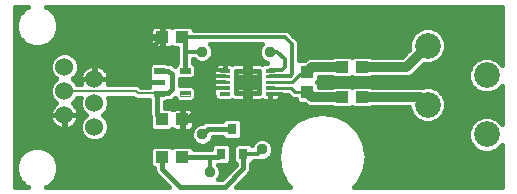
<source format=gtl>
G75*
%MOIN*%
%OFA0B0*%
%FSLAX24Y24*%
%IPPOS*%
%LPD*%
%AMOC8*
5,1,8,0,0,1.08239X$1,22.5*
%
%ADD10C,0.0024*%
%ADD11C,0.0181*%
%ADD12C,0.0600*%
%ADD13C,0.0039*%
%ADD14R,0.0433X0.0394*%
%ADD15R,0.0315X0.0354*%
%ADD16R,0.0394X0.0433*%
%ADD17C,0.0860*%
%ADD18C,0.0160*%
%ADD19C,0.0120*%
%ADD20C,0.0376*%
%ADD21C,0.0080*%
%ADD22C,0.0320*%
%ADD23C,0.0100*%
D10*
X008613Y003753D02*
X008899Y003753D01*
X008899Y003659D01*
X008613Y003659D01*
X008613Y003753D01*
X008613Y003682D02*
X008899Y003682D01*
X008899Y003705D02*
X008613Y003705D01*
X008613Y003728D02*
X008899Y003728D01*
X008899Y003751D02*
X008613Y003751D01*
X008613Y003950D02*
X008899Y003950D01*
X008899Y003856D01*
X008613Y003856D01*
X008613Y003950D01*
X008613Y003879D02*
X008899Y003879D01*
X008899Y003902D02*
X008613Y003902D01*
X008613Y003925D02*
X008899Y003925D01*
X008899Y003948D02*
X008613Y003948D01*
X008613Y004147D02*
X008899Y004147D01*
X008899Y004053D01*
X008613Y004053D01*
X008613Y004147D01*
X008613Y004076D02*
X008899Y004076D01*
X008899Y004099D02*
X008613Y004099D01*
X008613Y004122D02*
X008899Y004122D01*
X008899Y004145D02*
X008613Y004145D01*
X008613Y004344D02*
X008899Y004344D01*
X008899Y004250D01*
X008613Y004250D01*
X008613Y004344D01*
X008613Y004273D02*
X008899Y004273D01*
X008899Y004296D02*
X008613Y004296D01*
X008613Y004319D02*
X008899Y004319D01*
X008899Y004342D02*
X008613Y004342D01*
X008613Y004541D02*
X008899Y004541D01*
X008899Y004447D01*
X008613Y004447D01*
X008613Y004541D01*
X008613Y004470D02*
X008899Y004470D01*
X008899Y004493D02*
X008613Y004493D01*
X008613Y004516D02*
X008899Y004516D01*
X008899Y004539D02*
X008613Y004539D01*
X010125Y004541D02*
X010411Y004541D01*
X010411Y004447D01*
X010125Y004447D01*
X010125Y004541D01*
X010125Y004470D02*
X010411Y004470D01*
X010411Y004493D02*
X010125Y004493D01*
X010125Y004516D02*
X010411Y004516D01*
X010411Y004539D02*
X010125Y004539D01*
X010125Y004344D02*
X010411Y004344D01*
X010411Y004250D01*
X010125Y004250D01*
X010125Y004344D01*
X010125Y004273D02*
X010411Y004273D01*
X010411Y004296D02*
X010125Y004296D01*
X010125Y004319D02*
X010411Y004319D01*
X010411Y004342D02*
X010125Y004342D01*
X010125Y004147D02*
X010411Y004147D01*
X010411Y004053D01*
X010125Y004053D01*
X010125Y004147D01*
X010125Y004076D02*
X010411Y004076D01*
X010411Y004099D02*
X010125Y004099D01*
X010125Y004122D02*
X010411Y004122D01*
X010411Y004145D02*
X010125Y004145D01*
X010125Y003950D02*
X010411Y003950D01*
X010411Y003856D01*
X010125Y003856D01*
X010125Y003950D01*
X010125Y003879D02*
X010411Y003879D01*
X010411Y003902D02*
X010125Y003902D01*
X010125Y003925D02*
X010411Y003925D01*
X010411Y003948D02*
X010125Y003948D01*
X010125Y003753D02*
X010411Y003753D01*
X010411Y003659D01*
X010125Y003659D01*
X010125Y003753D01*
X010125Y003682D02*
X010411Y003682D01*
X010411Y003705D02*
X010125Y003705D01*
X010125Y003728D02*
X010411Y003728D01*
X010411Y003751D02*
X010125Y003751D01*
D11*
X009894Y004463D02*
X009130Y004463D01*
X009894Y004463D02*
X009894Y003737D01*
X009130Y003737D01*
X009130Y004463D01*
X009130Y003917D02*
X009894Y003917D01*
X009894Y004097D02*
X009130Y004097D01*
X009130Y004277D02*
X009894Y004277D01*
X009894Y004457D02*
X009130Y004457D01*
D12*
X004418Y004202D03*
X003418Y004604D03*
X003418Y003801D03*
X004418Y003399D03*
X003418Y002998D03*
X004418Y002596D03*
D13*
X006421Y003647D02*
X006737Y003647D01*
X006421Y003647D02*
X006421Y003805D01*
X006737Y003805D01*
X006737Y003647D01*
X006737Y003685D02*
X006421Y003685D01*
X006421Y003723D02*
X006737Y003723D01*
X006737Y003761D02*
X006421Y003761D01*
X006421Y003799D02*
X006737Y003799D01*
X007287Y003647D02*
X007603Y003647D01*
X007287Y003647D02*
X007287Y003805D01*
X007603Y003805D01*
X007603Y003647D01*
X007603Y003685D02*
X007287Y003685D01*
X007287Y003723D02*
X007603Y003723D01*
X007603Y003761D02*
X007287Y003761D01*
X007287Y003799D02*
X007603Y003799D01*
X006737Y004021D02*
X006421Y004021D01*
X006421Y004179D01*
X006737Y004179D01*
X006737Y004021D01*
X006737Y004059D02*
X006421Y004059D01*
X006421Y004097D02*
X006737Y004097D01*
X006737Y004135D02*
X006421Y004135D01*
X006421Y004173D02*
X006737Y004173D01*
X006737Y004395D02*
X006421Y004395D01*
X006421Y004553D01*
X006737Y004553D01*
X006737Y004395D01*
X006737Y004433D02*
X006421Y004433D01*
X006421Y004471D02*
X006737Y004471D01*
X006737Y004509D02*
X006421Y004509D01*
X006421Y004547D02*
X006737Y004547D01*
X007287Y004395D02*
X007603Y004395D01*
X007287Y004395D02*
X007287Y004553D01*
X007603Y004553D01*
X007603Y004395D01*
X007603Y004433D02*
X007287Y004433D01*
X007287Y004471D02*
X007603Y004471D01*
X007603Y004509D02*
X007287Y004509D01*
X007287Y004547D02*
X007603Y004547D01*
D14*
X007347Y005600D03*
X006678Y005600D03*
X012678Y004600D03*
X013347Y004600D03*
X013347Y003600D03*
X012678Y003600D03*
X007347Y002850D03*
X006678Y002850D03*
X006678Y001600D03*
X007347Y001600D03*
D15*
X008638Y001706D03*
X009386Y001706D03*
X009012Y002533D03*
D16*
X011512Y003765D03*
X011512Y004435D03*
D17*
X015528Y005311D03*
X017496Y004326D03*
X015528Y003342D03*
X017496Y002358D03*
D18*
X001762Y000600D02*
X001762Y006600D01*
X002216Y006600D01*
X002114Y006558D01*
X001917Y006360D01*
X001810Y006102D01*
X001810Y005822D01*
X001917Y005564D01*
X002114Y005367D01*
X002372Y005260D01*
X002652Y005260D01*
X002910Y005367D01*
X003108Y005564D01*
X003215Y005822D01*
X003215Y006102D01*
X003108Y006360D01*
X002910Y006558D01*
X002808Y006600D01*
X018012Y006600D01*
X018012Y004673D01*
X017842Y004844D01*
X017618Y004936D01*
X017375Y004936D01*
X017151Y004844D01*
X016979Y004672D01*
X016886Y004448D01*
X016886Y004205D01*
X016979Y003981D01*
X017151Y003809D01*
X017375Y003716D01*
X017618Y003716D01*
X017842Y003809D01*
X018012Y003979D01*
X018012Y002705D01*
X017842Y002875D01*
X017618Y002968D01*
X017375Y002968D01*
X017151Y002875D01*
X016979Y002703D01*
X016886Y002479D01*
X016886Y002237D01*
X016979Y002012D01*
X017151Y001841D01*
X017375Y001748D01*
X017618Y001748D01*
X017842Y001841D01*
X018012Y002011D01*
X018012Y000600D01*
X013079Y000600D01*
X013210Y000730D01*
X013420Y001143D01*
X013492Y001600D01*
X013420Y002057D01*
X013420Y002057D01*
X013210Y002470D01*
X012882Y002797D01*
X012470Y003008D01*
X012470Y003008D01*
X012012Y003080D01*
X011555Y003008D01*
X011555Y003008D01*
X011142Y002797D01*
X010815Y002470D01*
X010815Y002470D01*
X010605Y002057D01*
X010532Y001600D01*
X010605Y001143D01*
X010605Y001143D01*
X010815Y000730D01*
X010945Y000600D01*
X009130Y000600D01*
X009533Y001004D01*
X009607Y001077D01*
X009646Y001172D01*
X009646Y001377D01*
X009724Y001455D01*
X009724Y001466D01*
X009916Y001466D01*
X009954Y001482D01*
X010085Y001482D01*
X010221Y001538D01*
X010324Y001641D01*
X010380Y001777D01*
X010380Y001923D01*
X010324Y002059D01*
X010221Y002162D01*
X010085Y002218D01*
X009939Y002218D01*
X009804Y002162D01*
X009700Y002059D01*
X009678Y002004D01*
X009618Y002063D01*
X009154Y002063D01*
X009049Y001958D01*
X009049Y001455D01*
X009126Y001377D01*
X009126Y001332D01*
X008655Y000860D01*
X008543Y000860D01*
X008574Y000891D01*
X008630Y001027D01*
X008630Y001173D01*
X008574Y001309D01*
X008543Y001340D01*
X008584Y001340D01*
X008606Y001349D01*
X008870Y001349D01*
X008976Y001455D01*
X008976Y001958D01*
X008870Y002063D01*
X008406Y002063D01*
X008301Y001958D01*
X008301Y001860D01*
X007743Y001860D01*
X007743Y001871D01*
X007638Y001977D01*
X007056Y001977D01*
X007012Y001933D01*
X006969Y001977D01*
X006386Y001977D01*
X006281Y001871D01*
X006281Y001329D01*
X006386Y001223D01*
X006418Y001223D01*
X006418Y001133D01*
X006457Y001037D01*
X006895Y000600D01*
X002808Y000600D01*
X002910Y000642D01*
X003108Y000840D01*
X003215Y001098D01*
X003215Y001378D01*
X003108Y001636D01*
X002910Y001833D01*
X002652Y001940D01*
X002372Y001940D01*
X002114Y001833D01*
X001917Y001636D01*
X001810Y001378D01*
X001810Y001098D01*
X001917Y000840D01*
X002114Y000642D01*
X002216Y000600D01*
X001762Y000600D01*
X001762Y000734D02*
X002023Y000734D01*
X001895Y000893D02*
X001762Y000893D01*
X001762Y001051D02*
X001829Y001051D01*
X001810Y001210D02*
X001762Y001210D01*
X001762Y001368D02*
X001810Y001368D01*
X001762Y001527D02*
X001871Y001527D01*
X001966Y001685D02*
X001762Y001685D01*
X001762Y001844D02*
X002139Y001844D01*
X001762Y002002D02*
X007890Y002002D01*
X007939Y001982D02*
X008085Y001982D01*
X008221Y002038D01*
X008324Y002141D01*
X008379Y002273D01*
X008683Y002273D01*
X008780Y002176D01*
X009244Y002176D01*
X009350Y002281D01*
X009350Y002785D01*
X009244Y002890D01*
X008780Y002890D01*
X008683Y002793D01*
X008144Y002793D01*
X008048Y002753D01*
X008013Y002718D01*
X007939Y002718D01*
X007804Y002662D01*
X007733Y002592D01*
X007743Y002629D01*
X007743Y002832D01*
X007365Y002832D01*
X007365Y002868D01*
X007743Y002868D01*
X007743Y003071D01*
X007731Y003116D01*
X007707Y003157D01*
X007674Y003191D01*
X007633Y003215D01*
X007587Y003227D01*
X007365Y003227D01*
X007365Y002868D01*
X007328Y002868D01*
X007328Y003227D01*
X007107Y003227D01*
X007061Y003215D01*
X007020Y003191D01*
X007012Y003183D01*
X006969Y003227D01*
X006772Y003227D01*
X006772Y003448D01*
X006819Y003448D01*
X006838Y003466D01*
X006940Y003466D01*
X007035Y003506D01*
X007091Y003561D01*
X007205Y003448D01*
X007685Y003448D01*
X007802Y003565D01*
X007802Y003887D01*
X007685Y004004D01*
X007272Y004004D01*
X007272Y004196D01*
X007685Y004196D01*
X007802Y004313D01*
X007802Y004635D01*
X007705Y004733D01*
X007705Y004860D01*
X007732Y004860D01*
X007804Y004788D01*
X007939Y004732D01*
X008085Y004732D01*
X008221Y004788D01*
X008324Y004891D01*
X008380Y005027D01*
X008380Y005173D01*
X008324Y005309D01*
X008273Y005360D01*
X010002Y005360D01*
X009950Y005309D01*
X009894Y005173D01*
X009894Y005027D01*
X009950Y004891D01*
X010054Y004788D01*
X010187Y004733D01*
X010045Y004733D01*
X010017Y004704D01*
X009973Y004722D01*
X009921Y004733D01*
X009592Y004733D01*
X009592Y004180D01*
X009432Y004180D01*
X009432Y004733D01*
X009104Y004733D01*
X009051Y004722D01*
X009004Y004703D01*
X008974Y004720D01*
X008925Y004733D01*
X008756Y004733D01*
X008587Y004733D01*
X008539Y004720D01*
X008495Y004694D01*
X008459Y004659D01*
X008434Y004615D01*
X008421Y004566D01*
X008421Y004553D01*
X008372Y004505D01*
X008372Y003695D01*
X008421Y003647D01*
X008421Y003580D01*
X008533Y003467D01*
X008979Y003467D01*
X009008Y003496D01*
X009051Y003478D01*
X009104Y003467D01*
X009432Y003467D01*
X009432Y004020D01*
X009592Y004020D01*
X009592Y003467D01*
X009921Y003467D01*
X009973Y003478D01*
X010021Y003497D01*
X010050Y003480D01*
X010099Y003467D01*
X010268Y003467D01*
X010268Y003590D01*
X010268Y003590D01*
X010268Y003467D01*
X010437Y003467D01*
X010486Y003480D01*
X010530Y003506D01*
X010565Y003541D01*
X010591Y003585D01*
X010604Y003634D01*
X010604Y003657D01*
X010620Y003673D01*
X010864Y003673D01*
X010867Y003670D01*
X011002Y003535D01*
X011135Y003535D01*
X011135Y003474D01*
X011241Y003369D01*
X011428Y003369D01*
X011485Y003312D01*
X011610Y003260D01*
X012350Y003260D01*
X012386Y003223D01*
X012969Y003223D01*
X013012Y003267D01*
X013056Y003223D01*
X013638Y003223D01*
X013675Y003260D01*
X014918Y003260D01*
X014918Y003221D01*
X015011Y002997D01*
X015182Y002825D01*
X015407Y002732D01*
X015649Y002732D01*
X015873Y002825D01*
X016045Y002997D01*
X016138Y003221D01*
X016138Y003463D01*
X016045Y003688D01*
X015873Y003859D01*
X015649Y003952D01*
X015407Y003952D01*
X015358Y003932D01*
X015338Y003940D01*
X013675Y003940D01*
X013638Y003977D01*
X013056Y003977D01*
X013012Y003933D01*
X012969Y003977D01*
X012386Y003977D01*
X012350Y003940D01*
X011889Y003940D01*
X011889Y004056D01*
X011846Y004100D01*
X011889Y004144D01*
X011889Y004260D01*
X012350Y004260D01*
X012386Y004223D01*
X012969Y004223D01*
X013012Y004267D01*
X013056Y004223D01*
X013638Y004223D01*
X013675Y004260D01*
X014885Y004260D01*
X015010Y004312D01*
X015401Y004703D01*
X015407Y004701D01*
X015649Y004701D01*
X015873Y004793D01*
X016045Y004965D01*
X016138Y005189D01*
X016138Y005432D01*
X016045Y005656D01*
X015873Y005828D01*
X015649Y005921D01*
X015407Y005921D01*
X015182Y005828D01*
X015011Y005656D01*
X014918Y005432D01*
X014918Y005189D01*
X014920Y005184D01*
X014676Y004940D01*
X013675Y004940D01*
X013638Y004977D01*
X013056Y004977D01*
X013012Y004933D01*
X012969Y004977D01*
X012386Y004977D01*
X012350Y004940D01*
X011610Y004940D01*
X011485Y004888D01*
X011428Y004831D01*
X011252Y004831D01*
X011252Y005398D01*
X011216Y005486D01*
X010966Y005736D01*
X010898Y005803D01*
X010810Y005840D01*
X007743Y005840D01*
X007743Y005871D01*
X007638Y005977D01*
X007056Y005977D01*
X007012Y005933D01*
X007005Y005941D01*
X006964Y005965D01*
X007043Y005965D01*
X006964Y005965D02*
X006918Y005977D01*
X006696Y005977D01*
X006696Y005618D01*
X006659Y005618D01*
X006659Y005582D01*
X006281Y005582D01*
X006281Y005379D01*
X006293Y005334D01*
X006317Y005293D01*
X006351Y005259D01*
X006392Y005235D01*
X006437Y005223D01*
X006659Y005223D01*
X006659Y005582D01*
X006696Y005582D01*
X006696Y005223D01*
X006918Y005223D01*
X006964Y005235D01*
X007005Y005259D01*
X007012Y005267D01*
X007056Y005223D01*
X007185Y005223D01*
X007185Y004733D01*
X007091Y004639D01*
X007035Y004694D01*
X006940Y004734D01*
X006838Y004734D01*
X006819Y004752D01*
X006339Y004752D01*
X006222Y004635D01*
X006222Y004313D01*
X006251Y004283D01*
X006236Y004256D01*
X006222Y004205D01*
X006222Y004100D01*
X006222Y003995D01*
X006235Y003946D01*
X005977Y003946D01*
X005903Y004021D01*
X004863Y004021D01*
X004886Y004090D01*
X004898Y004165D01*
X004898Y004194D01*
X004426Y004194D01*
X004426Y004211D01*
X004409Y004211D01*
X004409Y004194D01*
X003938Y004194D01*
X003938Y004165D01*
X003950Y004090D01*
X003972Y004021D01*
X003846Y004021D01*
X003825Y004073D01*
X003695Y004202D01*
X003825Y004332D01*
X003898Y004508D01*
X003898Y004699D01*
X003825Y004876D01*
X003690Y005011D01*
X003513Y005084D01*
X003322Y005084D01*
X003146Y005011D01*
X003011Y004876D01*
X002938Y004699D01*
X002938Y004508D01*
X003011Y004332D01*
X003140Y004202D01*
X003011Y004073D01*
X002938Y003896D01*
X002938Y003705D01*
X003011Y003529D01*
X003146Y003394D01*
X003146Y003394D01*
X003105Y003364D01*
X003052Y003310D01*
X003007Y003249D01*
X002973Y003182D01*
X002950Y003110D01*
X002938Y003035D01*
X002938Y003006D01*
X003409Y003006D01*
X003409Y002989D01*
X002938Y002989D01*
X002938Y002960D01*
X002950Y002885D01*
X002973Y002813D01*
X003007Y002746D01*
X003052Y002685D01*
X003105Y002632D01*
X003166Y002587D01*
X003233Y002553D01*
X003305Y002529D01*
X003380Y002518D01*
X003409Y002518D01*
X003409Y002989D01*
X003426Y002989D01*
X003426Y002518D01*
X003455Y002518D01*
X003530Y002529D01*
X003602Y002553D01*
X003669Y002587D01*
X003730Y002632D01*
X003784Y002685D01*
X003828Y002746D01*
X003863Y002813D01*
X003886Y002885D01*
X003898Y002960D01*
X003898Y002989D01*
X003426Y002989D01*
X003426Y003006D01*
X003898Y003006D01*
X003898Y003035D01*
X003886Y003110D01*
X003863Y003182D01*
X003828Y003249D01*
X003784Y003310D01*
X003730Y003364D01*
X003689Y003394D01*
X003690Y003394D01*
X003825Y003529D01*
X003846Y003581D01*
X003973Y003581D01*
X003938Y003495D01*
X003938Y003304D01*
X004011Y003127D01*
X004140Y002998D01*
X004011Y002868D01*
X003938Y002692D01*
X003938Y002501D01*
X004011Y002324D01*
X004146Y002189D01*
X004322Y002116D01*
X004513Y002116D01*
X004690Y002189D01*
X004825Y002324D01*
X004898Y002501D01*
X004898Y002692D01*
X004825Y002868D01*
X004695Y002998D01*
X004825Y003127D01*
X004898Y003304D01*
X004898Y003495D01*
X004862Y003581D01*
X005720Y003581D01*
X005795Y003506D01*
X006252Y003506D01*
X006252Y002964D01*
X006281Y002894D01*
X006281Y002579D01*
X006386Y002473D01*
X006969Y002473D01*
X007012Y002517D01*
X007020Y002509D01*
X007061Y002485D01*
X007107Y002473D01*
X007328Y002473D01*
X007328Y002832D01*
X007365Y002832D01*
X007365Y002473D01*
X007587Y002473D01*
X007633Y002485D01*
X007674Y002509D01*
X007684Y002519D01*
X007644Y002423D01*
X007644Y002277D01*
X007700Y002141D01*
X007804Y002038D01*
X007939Y001982D01*
X008134Y002002D02*
X008345Y002002D01*
X008332Y002161D02*
X009802Y002161D01*
X010222Y002161D02*
X010657Y002161D01*
X010605Y002057D02*
X010605Y002057D01*
X010596Y002002D02*
X010348Y002002D01*
X010380Y001844D02*
X010571Y001844D01*
X010546Y001685D02*
X010342Y001685D01*
X010532Y001600D02*
X010532Y001600D01*
X010544Y001527D02*
X010193Y001527D01*
X010569Y001368D02*
X009646Y001368D01*
X009386Y001224D02*
X009386Y001706D01*
X009049Y001685D02*
X008976Y001685D01*
X008976Y001527D02*
X009049Y001527D01*
X009126Y001368D02*
X008889Y001368D01*
X009004Y001210D02*
X008615Y001210D01*
X008630Y001051D02*
X008846Y001051D01*
X008687Y000893D02*
X008575Y000893D01*
X009264Y000734D02*
X010813Y000734D01*
X010815Y000730D02*
X010815Y000730D01*
X010732Y000893D02*
X009422Y000893D01*
X009581Y001051D02*
X010651Y001051D01*
X010594Y001210D02*
X009646Y001210D01*
X009386Y001224D02*
X008762Y000600D01*
X007262Y000600D01*
X006678Y001185D01*
X006678Y001600D01*
X006281Y001527D02*
X003153Y001527D01*
X003215Y001368D02*
X006281Y001368D01*
X006418Y001210D02*
X003215Y001210D01*
X003195Y001051D02*
X006451Y001051D01*
X006602Y000893D02*
X003129Y000893D01*
X003002Y000734D02*
X006761Y000734D01*
X007347Y001600D02*
X008262Y001600D01*
X008532Y001600D01*
X008638Y001706D01*
X008976Y001844D02*
X009049Y001844D01*
X009093Y002002D02*
X008932Y002002D01*
X009350Y002319D02*
X010738Y002319D01*
X010822Y002478D02*
X009350Y002478D01*
X009350Y002636D02*
X010981Y002636D01*
X011139Y002795D02*
X009340Y002795D01*
X009012Y002533D02*
X008195Y002533D01*
X008012Y002350D01*
X007667Y002478D02*
X007603Y002478D01*
X007365Y002478D02*
X007328Y002478D01*
X007347Y002435D02*
X007262Y002350D01*
X005262Y002350D01*
X005012Y002100D01*
X003762Y002100D01*
X003512Y002350D01*
X003947Y002478D02*
X001762Y002478D01*
X001762Y002636D02*
X003101Y002636D01*
X003409Y002636D02*
X003426Y002636D01*
X003409Y002795D02*
X003426Y002795D01*
X003512Y002903D02*
X003418Y002998D01*
X003415Y003000D01*
X002902Y003000D01*
X002512Y003390D01*
X002512Y004850D01*
X003012Y005350D01*
X003762Y005350D01*
X004365Y004748D01*
X004380Y004682D02*
X004305Y004671D01*
X004233Y004647D01*
X004166Y004613D01*
X004105Y004568D01*
X004052Y004515D01*
X004007Y004454D01*
X003973Y004387D01*
X003950Y004315D01*
X003938Y004240D01*
X003938Y004211D01*
X004409Y004211D01*
X004409Y004682D01*
X004380Y004682D01*
X004426Y004682D02*
X004426Y004211D01*
X004898Y004211D01*
X004898Y004240D01*
X004886Y004315D01*
X004863Y004387D01*
X004828Y004454D01*
X004784Y004515D01*
X004730Y004568D01*
X004669Y004613D01*
X004602Y004647D01*
X004530Y004671D01*
X004455Y004682D01*
X004426Y004682D01*
X004426Y004538D02*
X004409Y004538D01*
X004075Y004538D02*
X003898Y004538D01*
X003898Y004697D02*
X006283Y004697D01*
X006222Y004538D02*
X004761Y004538D01*
X004865Y004380D02*
X006222Y004380D01*
X006226Y004221D02*
X004898Y004221D01*
X004877Y004063D02*
X006222Y004063D01*
X006222Y004100D02*
X006579Y004100D01*
X006579Y004100D01*
X006222Y004100D01*
X006012Y004100D02*
X006012Y004935D01*
X006678Y005600D01*
X006659Y005618D02*
X006281Y005618D01*
X006281Y005821D01*
X006293Y005866D01*
X006317Y005907D01*
X006351Y005941D01*
X006392Y005965D01*
X006437Y005977D01*
X006659Y005977D01*
X006659Y005618D01*
X006659Y005648D02*
X006696Y005648D01*
X006696Y005806D02*
X006659Y005806D01*
X006281Y005806D02*
X003208Y005806D01*
X003215Y005965D02*
X006391Y005965D01*
X006659Y005965D02*
X006696Y005965D01*
X006281Y005648D02*
X003142Y005648D01*
X003032Y005489D02*
X006281Y005489D01*
X006659Y005489D02*
X006696Y005489D01*
X006696Y005331D02*
X006659Y005331D01*
X006295Y005331D02*
X002823Y005331D01*
X002202Y005331D02*
X001762Y005331D01*
X001762Y005489D02*
X001992Y005489D01*
X001882Y005648D02*
X001762Y005648D01*
X001762Y005806D02*
X001817Y005806D01*
X001810Y005965D02*
X001762Y005965D01*
X001762Y006123D02*
X001818Y006123D01*
X001762Y006282D02*
X001884Y006282D01*
X001997Y006440D02*
X001762Y006440D01*
X001762Y006599D02*
X002213Y006599D01*
X002812Y006599D02*
X018012Y006599D01*
X018012Y006440D02*
X003028Y006440D01*
X003140Y006282D02*
X018012Y006282D01*
X018012Y006123D02*
X003206Y006123D01*
X001762Y005172D02*
X007185Y005172D01*
X007185Y005014D02*
X003683Y005014D01*
X003833Y004855D02*
X007185Y004855D01*
X007149Y004697D02*
X007030Y004697D01*
X006888Y004474D02*
X006579Y004474D01*
X006888Y004474D02*
X007012Y004350D01*
X007012Y003850D01*
X006888Y003726D01*
X006579Y003726D01*
X006512Y003726D01*
X006512Y003015D01*
X006678Y002850D01*
X006281Y002795D02*
X004855Y002795D01*
X004898Y002636D02*
X006281Y002636D01*
X006382Y002478D02*
X004888Y002478D01*
X004819Y002319D02*
X007644Y002319D01*
X007347Y002435D02*
X007347Y002850D01*
X007365Y002795D02*
X007328Y002795D01*
X007328Y002636D02*
X007365Y002636D01*
X007090Y002478D02*
X006973Y002478D01*
X007692Y002161D02*
X004620Y002161D01*
X004215Y002161D02*
X001762Y002161D01*
X001762Y002319D02*
X004016Y002319D01*
X003938Y002636D02*
X003735Y002636D01*
X003853Y002795D02*
X003980Y002795D01*
X003897Y002953D02*
X004096Y002953D01*
X004027Y003112D02*
X003885Y003112D01*
X003952Y003270D02*
X003813Y003270D01*
X003724Y003429D02*
X003938Y003429D01*
X003111Y003429D02*
X001762Y003429D01*
X001762Y003587D02*
X002987Y003587D01*
X002938Y003746D02*
X001762Y003746D01*
X001762Y003904D02*
X002941Y003904D01*
X003007Y004063D02*
X001762Y004063D01*
X001762Y004221D02*
X003122Y004221D01*
X002991Y004380D02*
X001762Y004380D01*
X001762Y004538D02*
X002938Y004538D01*
X002938Y004697D02*
X001762Y004697D01*
X001762Y004855D02*
X003002Y004855D01*
X003152Y005014D02*
X001762Y005014D01*
X003714Y004221D02*
X003938Y004221D01*
X003958Y004063D02*
X003829Y004063D01*
X004365Y004202D02*
X004418Y004202D01*
X004426Y004221D02*
X004409Y004221D01*
X004409Y004380D02*
X004426Y004380D01*
X003971Y004380D02*
X003844Y004380D01*
X006012Y004100D02*
X006579Y004100D01*
X007272Y004063D02*
X008372Y004063D01*
X008372Y004221D02*
X007711Y004221D01*
X007802Y004380D02*
X008372Y004380D01*
X008406Y004538D02*
X007802Y004538D01*
X007741Y004697D02*
X008498Y004697D01*
X008756Y004697D02*
X008756Y004697D01*
X008756Y004733D02*
X008756Y004610D01*
X008756Y004610D01*
X008756Y004733D01*
X008288Y004855D02*
X009987Y004855D01*
X009900Y005014D02*
X008375Y005014D01*
X008380Y005172D02*
X009894Y005172D01*
X009972Y005331D02*
X008302Y005331D01*
X007445Y005502D02*
X007445Y005002D01*
X007445Y004474D01*
X007705Y004855D02*
X007737Y004855D01*
X009432Y004697D02*
X009592Y004697D01*
X009592Y004538D02*
X009432Y004538D01*
X009432Y004380D02*
X009592Y004380D01*
X009592Y004221D02*
X009432Y004221D01*
X009432Y003904D02*
X009592Y003904D01*
X009592Y003746D02*
X009432Y003746D01*
X009432Y003587D02*
X009592Y003587D01*
X010268Y003587D02*
X010268Y003587D01*
X010591Y003587D02*
X010950Y003587D01*
X011181Y003429D02*
X006772Y003429D01*
X006772Y003270D02*
X011586Y003270D01*
X012012Y003080D02*
X012012Y003080D01*
X011448Y002953D02*
X007743Y002953D01*
X007732Y003112D02*
X014963Y003112D01*
X015054Y002953D02*
X012577Y002953D01*
X012882Y002797D02*
X012882Y002797D01*
X012885Y002795D02*
X015256Y002795D01*
X015800Y002795D02*
X017070Y002795D01*
X016951Y002636D02*
X013043Y002636D01*
X013202Y002478D02*
X016886Y002478D01*
X016886Y002319D02*
X013286Y002319D01*
X013210Y002470D02*
X013210Y002470D01*
X013367Y002161D02*
X016918Y002161D01*
X016990Y002002D02*
X013429Y002002D01*
X013454Y001844D02*
X017148Y001844D01*
X017845Y001844D02*
X018012Y001844D01*
X018003Y002002D02*
X018012Y002002D01*
X018012Y001685D02*
X013479Y001685D01*
X013481Y001527D02*
X018012Y001527D01*
X018012Y001368D02*
X013455Y001368D01*
X013430Y001210D02*
X018012Y001210D01*
X018012Y001051D02*
X013373Y001051D01*
X013420Y001143D02*
X013420Y001143D01*
X013292Y000893D02*
X018012Y000893D01*
X018012Y000734D02*
X013212Y000734D01*
X013210Y000730D02*
X013210Y000730D01*
X007778Y002636D02*
X007743Y002636D01*
X007743Y002795D02*
X008684Y002795D01*
X007365Y002953D02*
X007328Y002953D01*
X007328Y003112D02*
X007365Y003112D01*
X007802Y003587D02*
X008421Y003587D01*
X008372Y003746D02*
X007802Y003746D01*
X007786Y003904D02*
X008372Y003904D01*
X006252Y003429D02*
X004898Y003429D01*
X004884Y003270D02*
X006252Y003270D01*
X006252Y003112D02*
X004809Y003112D01*
X004740Y002953D02*
X006257Y002953D01*
X003426Y002953D02*
X003409Y002953D01*
X002939Y002953D02*
X001762Y002953D01*
X001762Y003112D02*
X002950Y003112D01*
X003022Y003270D02*
X001762Y003270D01*
X001762Y002795D02*
X002983Y002795D01*
X002885Y001844D02*
X006281Y001844D01*
X006281Y001685D02*
X003058Y001685D01*
X011142Y002797D02*
X011142Y002797D01*
X011883Y004063D02*
X016945Y004063D01*
X016886Y004221D02*
X011889Y004221D01*
X011452Y004855D02*
X011252Y004855D01*
X011252Y005014D02*
X014750Y005014D01*
X014909Y005172D02*
X011252Y005172D01*
X011252Y005331D02*
X014918Y005331D01*
X014942Y005489D02*
X011213Y005489D01*
X011054Y005648D02*
X015007Y005648D01*
X015161Y005806D02*
X010892Y005806D01*
X007650Y005965D02*
X018012Y005965D01*
X018012Y005806D02*
X015895Y005806D01*
X016049Y005648D02*
X018012Y005648D01*
X018012Y005489D02*
X016114Y005489D01*
X016138Y005331D02*
X018012Y005331D01*
X018012Y005172D02*
X016131Y005172D01*
X016065Y005014D02*
X018012Y005014D01*
X018012Y004855D02*
X017814Y004855D01*
X017989Y004697D02*
X018012Y004697D01*
X017179Y004855D02*
X015935Y004855D01*
X015395Y004697D02*
X017004Y004697D01*
X016924Y004538D02*
X015236Y004538D01*
X015078Y004380D02*
X016886Y004380D01*
X017056Y003904D02*
X015765Y003904D01*
X015987Y003746D02*
X017305Y003746D01*
X017688Y003746D02*
X018012Y003746D01*
X018012Y003904D02*
X017937Y003904D01*
X018012Y003587D02*
X016087Y003587D01*
X016138Y003429D02*
X018012Y003429D01*
X018012Y003270D02*
X016138Y003270D01*
X016093Y003112D02*
X018012Y003112D01*
X018012Y002953D02*
X017654Y002953D01*
X017339Y002953D02*
X016002Y002953D01*
X017922Y002795D02*
X018012Y002795D01*
X007445Y005502D02*
X007445Y005600D01*
X007347Y005600D02*
X007445Y005502D01*
D19*
X007445Y005600D02*
X010762Y005600D01*
X011012Y005350D01*
X011012Y004350D01*
X010959Y004297D01*
X010268Y004297D01*
X010268Y004494D02*
X010656Y004494D01*
X010762Y004600D01*
X010762Y004850D01*
X010512Y005100D01*
X010262Y005100D01*
X008756Y004494D02*
X008156Y004494D01*
X008012Y004350D01*
X008065Y004297D01*
X008756Y004297D01*
X008756Y004100D02*
X008012Y004100D01*
X008012Y004350D01*
X008012Y004100D02*
X008012Y003850D01*
X008065Y003903D01*
X008756Y003903D01*
X008012Y003850D02*
X008012Y003350D01*
X009262Y003350D01*
X009512Y003100D01*
X010512Y003100D01*
X010762Y003350D01*
X010762Y003600D01*
X010656Y003706D01*
X010268Y003706D01*
X009512Y003600D02*
X009262Y003350D01*
X009512Y003600D02*
X009512Y004100D01*
X008012Y003350D02*
X007512Y002850D01*
X007347Y002850D01*
X009869Y001706D02*
X010012Y001850D01*
X009869Y001706D02*
X009386Y001706D01*
X008262Y001600D02*
X008262Y001100D01*
X007445Y005002D02*
X007544Y005100D01*
X008012Y005100D01*
D20*
X008012Y005100D03*
X010262Y005100D03*
X008012Y002350D03*
X010012Y001850D03*
X008262Y001100D03*
D21*
X006579Y003726D02*
X005886Y003726D01*
X005811Y003801D01*
X003418Y003801D01*
D22*
X011512Y003765D02*
X011678Y003600D01*
X012678Y003600D01*
X013347Y003600D02*
X015270Y003600D01*
X015528Y003342D01*
X014817Y004600D02*
X013347Y004600D01*
X012678Y004600D02*
X011678Y004600D01*
X011512Y004435D01*
X014817Y004600D02*
X015528Y005311D01*
D23*
X011512Y004435D02*
X011428Y004350D01*
X011262Y004350D01*
X011012Y004100D01*
X010268Y004100D01*
X010268Y003903D02*
X010959Y003903D01*
X011097Y003765D01*
X011512Y003765D01*
M02*

</source>
